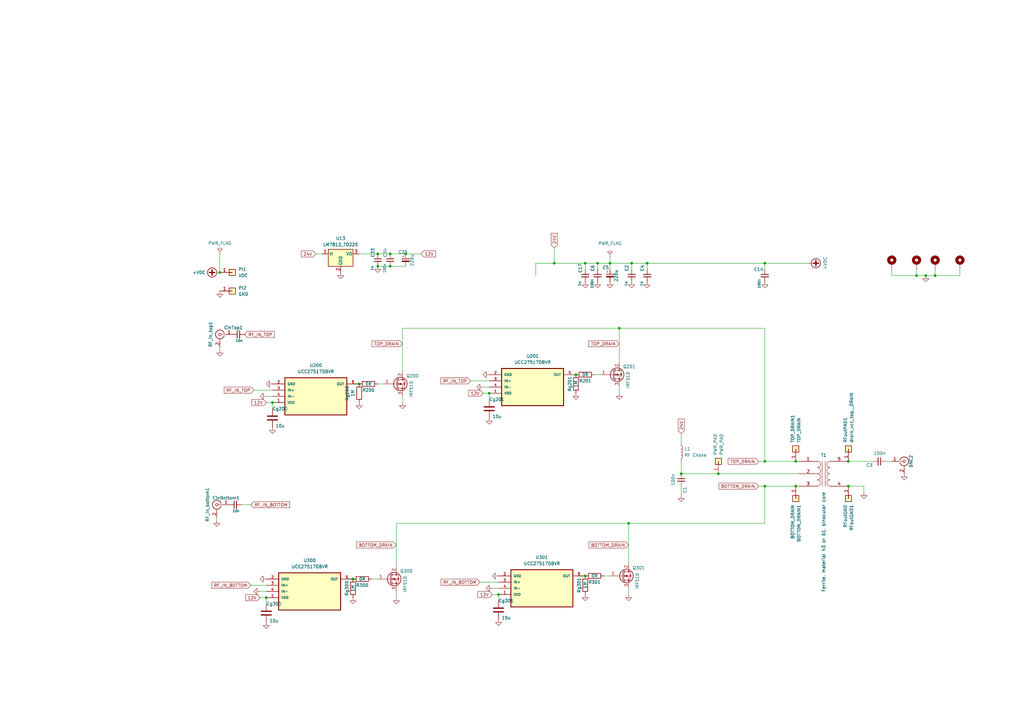
<source format=kicad_sch>
(kicad_sch (version 20230121) (generator eeschema)
  (paper "A3")
  (title_block (title "MoreBoostersPushPullUccHF") (date "2023-11-16") (rev "V2") (company "Author: Rafal Rozestwinski (SO2A) + Dhiru Kholia (VU3CER)") (comment 1 "https://github.com/rafal-rozestwinski/V12_UCC_IRF510_MORE_BOOSTERS/tree/main/v2") (comment 2 "(Based on designs from Henning Paul)"))
  (lib_symbols
    (symbol "+VDC_1" (power) (pin_names (offset 0))
      (property "Value" "+VDC_1" (at 0 6.35 0))
      (symbol "+VDC_1_0_1"
        (polyline (pts (xy -1.143 3.175) (xy 1.143 3.175)) (stroke (width 0.508)))
        (polyline (pts (xy 0 0) (xy 0 1.27)))
        (polyline (pts (xy 0 2.032) (xy 0 4.318)) (stroke (width 0.508)))
        (circle (center 0 3.175) (radius 1.905) (stroke (width 0.254)))
      )
      (symbol "+VDC_1_1_1"
        (pin power_in line (at 0 0 90) (length 0) hide (name "+VDC") (number "1"))
      )
    )
    (symbol "Connector:Conn_Coaxial" (pin_names (offset 1.016) hide)
      (property "Reference" "J" (at 0.254 3.048 0))
      (property "Value" "Conn_Coaxial" (at 2.921 0 90))
      (symbol "Conn_Coaxial_0_1"
        (arc (start -1.778 -0.508) (mid 0.222 -1.808) (end 1.778 0) (stroke (width 0.254)))
        (polyline (pts (xy -2.54 0) (xy -0.508 0)))
        (polyline (pts (xy 0 -2.54) (xy 0 -1.778)))
        (circle (center 0 0) (radius 0.508) (stroke (width 0.2032)))
        (arc (start 1.778 0) (mid 0.222 1.8083) (end -1.778 0.508) (stroke (width 0.254)))
      )
      (symbol "Conn_Coaxial_1_1"
        (pin passive line (at -5.08 0 0) (length 2.54) (name "In") (number "1"))
        (pin passive line (at 0 -5.08 90) (length 2.54) (name "Ext") (number "2"))
      )
    )
    (symbol "Connector_Generic:Conn_01x01" (pin_names (offset 1.016) hide)
      (property "Reference" "J" (at 0 2.54 0))
      (property "Value" "Conn_01x01" (at 0 -2.54 0))
      (symbol "Conn_01x01_1_1"
        (rectangle (start -1.27 0.127) (end 0 -0.127) (stroke (width 0.1524)))
        (rectangle (start -1.27 1.27) (end 1.27 -1.27) (stroke (width 0.254)) (fill (type background)))
        (pin passive line (at -5.08 0 0) (length 3.81) (name "Pin_1") (number "1"))
      )
    )
    (symbol "Device:C" (pin_numbers hide) (pin_names (offset 0.254))
      (property "Reference" "C" (at 0.635 2.54 0))
      (property "Value" "C" (at 0.635 -2.54 0))
      (symbol "C_0_1"
        (polyline (pts (xy -2.032 -0.762) (xy 2.032 -0.762)) (stroke (width 0.508)))
        (polyline (pts (xy -2.032 0.762) (xy 2.032 0.762)) (stroke (width 0.508)))
      )
      (symbol "C_1_1"
        (pin passive line (at 0 3.81 270) (length 2.794) (name "~") (number "1"))
        (pin passive line (at 0 -3.81 90) (length 2.794) (name "~") (number "2"))
      )
    )
    (symbol "Device:C_Polarized_Small" (pin_numbers hide) (pin_names (offset 0.254) hide)
      (property "Reference" "C" (at 0.254 1.778 0))
      (property "Value" "C_Polarized_Small" (at 0.254 -2.032 0))
      (symbol "C_Polarized_Small_0_1"
        (rectangle (start -1.524 -0.3048) (end 1.524 -0.6858) (fill (type outline)))
        (rectangle (start -1.524 0.6858) (end 1.524 0.3048))
        (polyline (pts (xy -1.27 1.524) (xy -0.762 1.524)))
        (polyline (pts (xy -1.016 1.27) (xy -1.016 1.778)))
      )
      (symbol "C_Polarized_Small_1_1"
        (pin passive line (at 0 2.54 270) (length 1.8542) (name "~") (number "1"))
        (pin passive line (at 0 -2.54 90) (length 1.8542) (name "~") (number "2"))
      )
    )
    (symbol "Device:C_Small" (pin_numbers hide) (pin_names (offset 0.254) hide)
      (property "Reference" "C" (at 0.254 1.778 0))
      (property "Value" "C_Small" (at 0.254 -2.032 0))
      (symbol "C_Small_0_1"
        (polyline (pts (xy -1.524 -0.508) (xy 1.524 -0.508)) (stroke (width 0.3302)))
        (polyline (pts (xy -1.524 0.508) (xy 1.524 0.508)) (stroke (width 0.3048)))
      )
      (symbol "C_Small_1_1"
        (pin passive line (at 0 2.54 270) (length 2.032) (name "~") (number "1"))
        (pin passive line (at 0 -2.54 90) (length 2.032) (name "~") (number "2"))
      )
    )
    (symbol "Device:L" (pin_numbers hide) (pin_names (offset 1.016) hide)
      (property "Reference" "L" (at -1.27 0 90))
      (property "Value" "L" (at 1.905 0 90))
      (symbol "L_0_1"
        (arc (start 0 -2.54) (mid 0.6323 -1.905) (end 0 -1.27))
        (arc (start 0 -1.27) (mid 0.6323 -0.635) (end 0 0))
        (arc (start 0 0) (mid 0.6323 0.635) (end 0 1.27))
        (arc (start 0 1.27) (mid 0.6323 1.905) (end 0 2.54))
      )
      (symbol "L_1_1"
        (pin passive line (at 0 3.81 270) (length 1.27) (name "1") (number "1"))
        (pin passive line (at 0 -3.81 90) (length 1.27) (name "2") (number "2"))
      )
    )
    (symbol "Device:R" (pin_numbers hide) (pin_names (offset 0))
      (property "Reference" "R" (at 2.032 0 90))
      (property "Value" "R" (at 0 0 90))
      (symbol "R_0_1"
        (rectangle (start -1.016 -2.54) (end 1.016 2.54) (stroke (width 0.254)))
      )
      (symbol "R_1_1"
        (pin passive line (at 0 3.81 270) (length 1.27) (name "~") (number "1"))
        (pin passive line (at 0 -3.81 90) (length 1.27) (name "~") (number "2"))
      )
    )
    (symbol "Device:Transformer_SP_1S" (pin_names (offset 1.016) hide)
      (property "Reference" "T" (at 0 6.35 0))
      (property "Value" "Transformer_SP_1S" (at 0 -7.62 0))
      (symbol "Transformer_SP_1S_0_1"
        (arc (start -2.54 -5.0546) (mid -1.6599 -4.6901) (end -1.27 -3.81))
        (arc (start -2.54 -2.5146) (mid -1.6599 -2.1501) (end -1.27 -1.27))
        (arc (start -2.54 0.0254) (mid -1.6599 0.3899) (end -1.27 1.27))
        (arc (start -2.54 2.5654) (mid -1.6599 2.9299) (end -1.27 3.81))
        (arc (start -1.27 -3.81) (mid -1.642 -2.912) (end -2.54 -2.54))
        (arc (start -1.27 -1.27) (mid -1.642 -0.372) (end -2.54 0))
        (arc (start -1.27 1.27) (mid -1.642 2.168) (end -2.54 2.54))
        (arc (start -1.27 3.81) (mid -1.642 4.708) (end -2.54 5.08))
        (polyline (pts (xy -0.635 5.08) (xy -0.635 -5.08)))
        (polyline (pts (xy 0.635 -5.08) (xy 0.635 5.08)))
        (arc (start 1.2954 -1.27) (mid 1.6599 -2.1501) (end 2.54 -2.5146))
        (arc (start 1.2954 1.27) (mid 1.6599 0.3899) (end 2.54 0.0254))
        (arc (start 1.2954 3.81) (mid 1.6599 2.9299) (end 2.54 2.5654))
        (arc (start 1.3208 -3.81) (mid 1.6853 -4.6901) (end 2.5654 -5.0546))
        (arc (start 2.54 0) (mid 1.642 -0.372) (end 1.2954 -1.27))
        (arc (start 2.54 2.54) (mid 1.642 2.168) (end 1.2954 1.27))
        (arc (start 2.54 5.08) (mid 1.642 4.708) (end 1.2954 3.81))
        (arc (start 2.5654 -2.54) (mid 1.6674 -2.912) (end 1.3208 -3.81))
      )
      (symbol "Transformer_SP_1S_1_1"
        (pin passive line (at -10.16 5.08 0) (length 7.62) (name "PR1") (number "1"))
        (pin passive line (at -10.16 0 0) (length 7.62) (name "PM") (number "2"))
        (pin passive line (at -10.16 -5.08 0) (length 7.62) (name "PR2") (number "3"))
        (pin passive line (at 10.16 -5.08 180) (length 7.62) (name "S1") (number "4"))
        (pin passive line (at 10.16 5.08 180) (length 7.62) (name "S2") (number "5"))
      )
    )
    (symbol "Mechanical:MountingHole_Pad" (pin_numbers hide) (pin_names (offset 1.016) hide)
      (property "Reference" "H" (at 0 6.35 0))
      (property "Value" "MountingHole_Pad" (at 0 4.445 0))
      (symbol "MountingHole_Pad_0_1"
        (circle (center 0 1.27) (radius 1.27) (stroke (width 1.27)))
      )
      (symbol "MountingHole_Pad_1_1"
        (pin input line (at 0 -2.54 90) (length 2.54) (name "1") (number "1"))
      )
    )
    (symbol "Regulator_Linear:LM7812_TO220" (pin_names (offset 0.254))
      (property "Reference" "U" (at -3.81 3.175 0))
      (property "Value" "LM7812_TO220" (at 0 3.175 0))
      (symbol "LM7812_TO220_0_1"
        (rectangle (start -5.08 1.905) (end 5.08 -5.08) (stroke (width 0.254)) (fill (type background)))
      )
      (symbol "LM7812_TO220_1_1"
        (pin power_in line (at -7.62 0 0) (length 2.54) (name "VI") (number "1"))
        (pin power_in line (at 0 -7.62 90) (length 2.54) (name "GND") (number "2"))
        (pin power_out line (at 7.62 0 180) (length 2.54) (name "VO") (number "3"))
      )
    )
    (symbol "Transistor_FET:IRF540N" (pin_names hide)
      (property "Reference" "Q" (at 6.35 1.905 0))
      (property "Value" "IRF540N" (at 6.35 0 0))
      (symbol "IRF540N_0_1"
        (polyline (pts (xy 0.254 0) (xy -2.54 0)))
        (polyline (pts (xy 0.254 1.905) (xy 0.254 -1.905)) (stroke (width 0.254)))
        (polyline (pts (xy 0.762 -1.27) (xy 0.762 -2.286)) (stroke (width 0.254)))
        (polyline (pts (xy 0.762 0.508) (xy 0.762 -0.508)) (stroke (width 0.254)))
        (polyline (pts (xy 0.762 2.286) (xy 0.762 1.27)) (stroke (width 0.254)))
        (polyline (pts (xy 2.54 2.54) (xy 2.54 1.778)))
        (polyline (pts (xy 2.54 -2.54) (xy 2.54 0) (xy 0.762 0)))
        (polyline (pts (xy 0.762 -1.778) (xy 3.302 -1.778) (xy 3.302 1.778) (xy 0.762 1.778)))
        (polyline (pts (xy 1.016 0) (xy 2.032 0.381) (xy 2.032 -0.381) (xy 1.016 0)) (fill (type outline)))
        (polyline (pts (xy 2.794 0.508) (xy 2.921 0.381) (xy 3.683 0.381) (xy 3.81 0.254)))
        (polyline (pts (xy 3.302 0.381) (xy 2.921 -0.254) (xy 3.683 -0.254) (xy 3.302 0.381)))
        (circle (center 1.651 0) (radius 2.794) (stroke (width 0.254)))
        (circle (center 2.54 -1.778) (radius 0.254) (fill (type outline)))
        (circle (center 2.54 1.778) (radius 0.254) (fill (type outline)))
      )
      (symbol "IRF540N_1_1"
        (pin input line (at -5.08 0 0) (length 2.54) (name "G") (number "1"))
        (pin passive line (at 2.54 5.08 270) (length 2.54) (name "D") (number "2"))
        (pin passive line (at 2.54 -5.08 90) (length 2.54) (name "S") (number "3"))
      )
    )
    (symbol "UCC27517DBVR:UCC27517DBVR" (pin_names (offset 1.016))
      (property "Reference" "U" (at -12.7 8.62 0))
      (property "Value" "UCC27517DBVR" (at -12.7 -11.62 0))
      (symbol "UCC27517DBVR_0_0"
        (rectangle (start -12.7 -7.62) (end 12.7 7.62) (stroke (width 0.41)) (fill (type background)))
        (pin input line (at -17.78 -2.54 0) (length 5.08) (name "VDD") (number "1"))
        (pin input line (at -17.78 5.08 0) (length 5.08) (name "GND") (number "2"))
        (pin input line (at -17.78 2.54 0) (length 5.08) (name "IN+") (number "3"))
        (pin input line (at -17.78 0 0) (length 5.08) (name "IN-") (number "4"))
        (pin output line (at 17.78 5.08 180) (length 5.08) (name "OUT") (number "5"))
      )
    )
    (symbol "power:+VDC" (power) (pin_names (offset 0))
      (property "Value" "+VDC" (at 0 6.35 0))
      (symbol "+VDC_0_1"
        (polyline (pts (xy -1.143 3.175) (xy 1.143 3.175)) (stroke (width 0.508)))
        (polyline (pts (xy 0 0) (xy 0 1.27)))
        (polyline (pts (xy 0 2.032) (xy 0 4.318)) (stroke (width 0.508)))
        (circle (center 0 3.175) (radius 1.905) (stroke (width 0.254)))
      )
      (symbol "+VDC_1_1"
        (pin power_in line (at 0 0 90) (length 0) hide (name "+VDC") (number "1"))
      )
    )
    (symbol "power:GND" (power) (pin_names (offset 0))
      (property "Value" "GND" (at 0 -3.81 0))
      (symbol "GND_0_1"
        (polyline (pts (xy 0 0) (xy 0 -1.27) (xy 1.27 -1.27) (xy 0 -2.54) (xy -1.27 -1.27) (xy 0 -1.27)))
      )
      (symbol "GND_1_1"
        (pin power_in line (at 0 0 270) (length 0) hide (name "GND") (number "1"))
      )
    )
    (symbol "power:PWR_FLAG" (power) (pin_numbers hide) (pin_names (offset 0) hide)
      (property "Value" "PWR_FLAG" (at 0 3.81 0))
      (symbol "PWR_FLAG_0_0"
        (pin power_out line (at 0 0 90) (length 0) (name "pwr") (number "1"))
      )
      (symbol "PWR_FLAG_0_1"
        (polyline (pts (xy 0 0) (xy 0 1.27) (xy -1.016 1.905) (xy 0 2.54) (xy 1.016 1.905) (xy 0 1.27)))
      )
    )
  )
  (junction (at 204.47 243.84))
  (junction (at 294.64 194.31))
  (junction (at 111.76 165.1))
  (junction (at 313.69 107.95))
  (junction (at 254 134.62))
  (junction (at 227.33 107.95))
  (junction (at 347.98 189.23))
  (junction (at 326.39 189.23))
  (junction (at 259.08 107.95))
  (junction (at 375.92 113.03))
  (junction (at 166.37 104.14))
  (junction (at 90.17 111.76))
  (junction (at 245.11 107.95))
  (junction (at 383.54 113.03))
  (junction (at 257.81 214.63))
  (junction (at 240.03 107.95))
  (junction (at 313.69 199.39))
  (junction (at 313.69 189.23))
  (junction (at 147.32 157.48))
  (junction (at 326.39 199.39))
  (junction (at 250.19 107.95))
  (junction (at 109.22 245.11))
  (junction (at 379.73 113.03))
  (junction (at 160.02 109.22))
  (junction (at 347.98 199.39))
  (junction (at 240.03 236.22))
  (junction (at 236.22 153.67))
  (junction (at 265.43 107.95))
  (junction (at 154.94 109.22))
  (junction (at 279.4 194.31))
  (junction (at 144.78 237.49))
  (junction (at 200.66 161.29))
  (junction (at 154.94 104.14))
  (junction (at 160.02 104.14))
  (wire (pts (xy 219.71 107.95) (xy 227.33 107.95)))
  (wire (pts (xy 201.93 241.3) (xy 204.47 241.3)))
  (wire (pts (xy 294.64 194.31) (xy 327.66 194.31)))
  (wire (pts (xy 347.98 189.23) (xy 358.14 189.23)))
  (wire (pts (xy 313.69 107.95) (xy 331.47 107.95)))
  (wire (pts (xy 393.7 113.03) (xy 393.7 110.49)))
  (wire (pts (xy 347.98 199.39) (xy 354.33 199.39)))
  (wire (pts (xy 152.4 237.49) (xy 154.94 237.49)))
  (wire (pts (xy 243.84 153.67) (xy 246.38 153.67)))
  (wire (pts (xy 279.4 199.39) (xy 279.4 203.2)))
  (wire (pts (xy 240.03 107.95) (xy 245.11 107.95)))
  (wire (pts (xy 354.33 199.39) (xy 354.33 201.93)))
  (wire (pts (xy 104.14 160.02) (xy 111.76 160.02)))
  (wire (pts (xy 245.11 107.95) (xy 245.11 110.49)))
  (wire (pts (xy 90.17 104.14) (xy 90.17 111.76)))
  (wire (pts (xy 200.66 161.29) (xy 200.66 163.83)))
  (wire (pts (xy 90.17 142.24) (xy 90.17 143.51)))
  (wire (pts (xy 236.22 153.67) (xy 233.68 153.67)))
  (wire (pts (xy 154.94 109.22) (xy 160.02 109.22)))
  (wire (pts (xy 265.43 107.95) (xy 313.69 107.95)))
  (wire (pts (xy 257.81 214.63) (xy 257.81 231.14)))
  (wire (pts (xy 204.47 243.84) (xy 204.47 246.38)))
  (wire (pts (xy 219.71 113.03) (xy 219.71 107.95)))
  (wire (pts (xy 227.33 107.95) (xy 240.03 107.95)))
  (wire (pts (xy 109.22 165.1) (xy 111.76 165.1)))
  (wire (pts (xy 365.76 113.03) (xy 375.92 113.03)))
  (wire (pts (xy 265.43 107.95) (xy 265.43 110.49)))
  (wire (pts (xy 99.06 207.01) (xy 102.87 207.01)))
  (wire (pts (xy 363.22 189.23) (xy 365.76 189.23)))
  (wire (pts (xy 279.4 194.31) (xy 294.64 194.31)))
  (wire (pts (xy 88.9 212.09) (xy 88.9 213.36)))
  (wire (pts (xy 313.69 189.23) (xy 326.39 189.23)))
  (wire (pts (xy 240.03 107.95) (xy 240.03 110.49)))
  (wire (pts (xy 375.92 110.49) (xy 375.92 113.03)))
  (wire (pts (xy 279.4 189.23) (xy 279.4 194.31)))
  (wire (pts (xy 102.87 240.03) (xy 109.22 240.03)))
  (wire (pts (xy 247.65 236.22) (xy 250.19 236.22)))
  (wire (pts (xy 201.93 243.84) (xy 204.47 243.84)))
  (wire (pts (xy 250.19 107.95) (xy 259.08 107.95)))
  (wire (pts (xy 162.56 214.63) (xy 257.81 214.63)))
  (wire (pts (xy 250.19 107.95) (xy 250.19 110.49)))
  (wire (pts (xy 365.76 110.49) (xy 365.76 113.03)))
  (wire (pts (xy 313.69 214.63) (xy 313.69 199.39)))
  (wire (pts (xy 254 134.62) (xy 313.69 134.62)))
  (wire (pts (xy 111.76 165.1) (xy 111.76 167.64)))
  (wire (pts (xy 165.1 165.1) (xy 165.1 162.56)))
  (wire (pts (xy 106.68 242.57) (xy 109.22 242.57)))
  (wire (pts (xy 245.11 107.95) (xy 250.19 107.95)))
  (wire (pts (xy 313.69 199.39) (xy 326.39 199.39)))
  (wire (pts (xy 162.56 245.11) (xy 162.56 242.57)))
  (wire (pts (xy 254 134.62) (xy 254 148.59)))
  (wire (pts (xy 198.12 161.29) (xy 200.66 161.29)))
  (wire (pts (xy 259.08 107.95) (xy 259.08 110.49)))
  (wire (pts (xy 379.73 113.03) (xy 383.54 113.03)))
  (wire (pts (xy 383.54 113.03) (xy 393.7 113.03)))
  (wire (pts (xy 313.69 134.62) (xy 313.69 189.23)))
  (wire (pts (xy 196.85 238.76) (xy 204.47 238.76)))
  (wire (pts (xy 257.81 243.84) (xy 257.81 241.3)))
  (wire (pts (xy 162.56 214.63) (xy 162.56 232.41)))
  (wire (pts (xy 144.78 237.49) (xy 142.24 237.49)))
  (wire (pts (xy 326.39 189.23) (xy 327.66 189.23)))
  (wire (pts (xy 129.54 104.14) (xy 132.08 104.14)))
  (wire (pts (xy 198.12 158.75) (xy 200.66 158.75)))
  (wire (pts (xy 160.02 109.22) (xy 166.37 109.22)))
  (wire (pts (xy 279.4 177.8) (xy 279.4 181.61)))
  (wire (pts (xy 375.92 113.03) (xy 379.73 113.03)))
  (wire (pts (xy 165.1 134.62) (xy 254 134.62)))
  (wire (pts (xy 147.32 157.48) (xy 144.78 157.48)))
  (wire (pts (xy 257.81 214.63) (xy 313.69 214.63)))
  (wire (pts (xy 165.1 134.62) (xy 165.1 152.4)))
  (wire (pts (xy 259.08 107.95) (xy 265.43 107.95)))
  (wire (pts (xy 154.94 157.48) (xy 157.48 157.48)))
  (wire (pts (xy 311.15 199.39) (xy 313.69 199.39)))
  (wire (pts (xy 254 161.29) (xy 254 158.75)))
  (wire (pts (xy 326.39 199.39) (xy 327.66 199.39)))
  (wire (pts (xy 193.04 156.21) (xy 200.66 156.21)))
  (wire (pts (xy 240.03 236.22) (xy 237.49 236.22)))
  (wire (pts (xy 160.02 104.14) (xy 166.37 104.14)))
  (wire (pts (xy 109.22 162.56) (xy 111.76 162.56)))
  (wire (pts (xy 147.32 104.14) (xy 154.94 104.14)))
  (wire (pts (xy 250.19 105.41) (xy 250.19 107.95)))
  (wire (pts (xy 166.37 104.14) (xy 172.72 104.14)))
  (wire (pts (xy 311.15 189.23) (xy 313.69 189.23)))
  (wire (pts (xy 109.22 245.11) (xy 109.22 247.65)))
  (wire (pts (xy 227.33 101.6) (xy 227.33 107.95)))
  (wire (pts (xy 313.69 107.95) (xy 313.69 110.49)))
  (wire (pts (xy 160.02 104.14) (xy 154.94 104.14)))
  (wire (pts (xy 106.68 245.11) (xy 109.22 245.11)))
  (wire (pts (xy 383.54 110.49) (xy 383.54 113.03)))
  (global_label "12V" (shape input) (at 106.68 245.11 180) (property "Intersheetrefs" "${INTERSHEET_REFS}" (effects hide)))
  (global_label "12V" (shape input) (at 198.12 161.29 180) (property "Intersheetrefs" "${INTERSHEET_REFS}" (effects hide)))
  (global_label "TOP_DRAIN" (shape input) (at 254 140.97 180) (property "Intersheetrefs" "${INTERSHEET_REFS}" (effects hide)))
  (global_label "12V" (shape input) (at 201.93 243.84 180) (property "Intersheetrefs" "${INTERSHEET_REFS}" (effects hide)))
  (global_label "RF_IN_BOTTOM" (shape input) (at 196.85 238.76 180) (property "Intersheetrefs" "${INTERSHEET_REFS}" (effects hide)))
  (global_label "RF_IN_BOTTOM" (shape input) (at 102.87 207.01 0) (property "Intersheetrefs" "${INTERSHEET_REFS}" (effects hide)))
  (global_label "TOP_DRAIN" (shape input) (at 165.1 140.97 180) (property "Intersheetrefs" "${INTERSHEET_REFS}" (effects hide)))
  (global_label "RF_IN_BOTTOM" (shape input) (at 102.87 240.03 180) (property "Intersheetrefs" "${INTERSHEET_REFS}" (effects hide)))
  (global_label "24V" (shape input) (at 129.54 104.14 180) (property "Intersheetrefs" "${INTERSHEET_REFS}" (effects hide)))
  (global_label "RF_IN_TOP" (shape input) (at 104.14 160.02 180) (property "Intersheetrefs" "${INTERSHEET_REFS}" (effects hide)))
  (global_label "BOTTOM_DRAIN" (shape input) (at 162.56 223.52 180) (property "Intersheetrefs" "${INTERSHEET_REFS}" (effects hide)))
  (global_label "12V" (shape input) (at 172.72 104.14 0) (property "Intersheetrefs" "${INTERSHEET_REFS}" (effects hide)))
  (global_label "BOTTOM_DRAIN" (shape input) (at 311.15 199.39 180) (property "Intersheetrefs" "${INTERSHEET_REFS}" (effects hide)))
  (global_label "24V" (shape input) (at 227.33 101.6 90) (property "Intersheetrefs" "${INTERSHEET_REFS}" (effects hide)))
  (global_label "12V" (shape input) (at 109.22 165.1 180) (property "Intersheetrefs" "${INTERSHEET_REFS}" (effects hide)))
  (global_label "24V" (shape input) (at 279.4 177.8 90) (property "Intersheetrefs" "${INTERSHEET_REFS}" (effects hide)))
  (global_label "RF_IN_TOP" (shape input) (at 193.04 156.21 180) (property "Intersheetrefs" "${INTERSHEET_REFS}" (effects hide)))
  (global_label "RF_IN_TOP" (shape input) (at 100.33 137.16 0) (property "Intersheetrefs" "${INTERSHEET_REFS}" (effects hide)))
  (global_label "BOTTOM_DRAIN" (shape input) (at 257.81 223.52 180) (property "Intersheetrefs" "${INTERSHEET_REFS}" (effects hide)))
  (global_label "TOP_DRAIN" (shape input) (at 311.15 189.23 180) (property "Intersheetrefs" "${INTERSHEET_REFS}" (effects hide)))
  (symbol (lib_id "Device:C_Polarized_Small") (at 250.19 113.03 0) (unit 1)
    (property "Reference" "C5" (at 247.142 109.728 0) (effects (justify left)))
    (property "Value" "220u" (at 252.73 115.57 90) (effects (justify left)))
    (property "Footprint" "Capacitor_SMD:CP_Elec_8x10.5" (effects hide))
  )
  (symbol (lib_id "Connector_Generic:Conn_01x01") (at 95.25 111.76 0) (unit 1)
    (property "Reference" "PI1" (at 97.79 110.49 0) (effects (justify left)))
    (property "Value" "VDC" (at 97.79 113.03 0) (effects (justify left)))
    (property "Footprint" "TestPoint:TestPoint_Pad_4.0x4.0mm" (effects hide))
  )
  (symbol (lib_id "power:+VDC") (at 90.17 111.76 90) (unit 1)
    (property "Reference" "#PWR0110" (effects hide))
    (property "Value" "+VDC" (at 84.3534 111.76 90) (effects (justify left)))
  )
  (symbol (lib_id "power:PWR_FLAG") (at 90.17 104.14 0) (unit 1)
    (property "Reference" "#FLG0103" (effects hide))
    (property "Value" "PWR_FLAG" (at 90.17 99.7458 0))
  )
  (symbol (lib_id "power:GND") (at 88.9 213.36 0) (unit 1)
    (property "Reference" "#PWR0106" (effects hide))
    (property "Value" "GND" (effects hide))
  )
  (symbol (lib_id "Device:C_Small") (at 245.11 113.03 0) (unit 1)
    (property "Reference" "C6" (at 243.078 109.982 90))
    (property "Value" "100n" (at 242.824 116.332 90) (effects (font (size 0.9906 0.9906))))
    (property "Footprint" "Capacitor_SMD:C_1206_3216Metric_Pad1.33x1.80mm_HandSolder" (effects hide))
  )
  (symbol (lib_id "power:PWR_FLAG") (at 250.19 105.41 0) (unit 1)
    (property "Reference" "#FLG01" (effects hide))
    (property "Value" "PWR_FLAG" (at 250.19 99.822 0))
  )
  (symbol (lib_id "Connector:Conn_Coaxial") (at 370.84 189.23 0) (unit 1)
    (property "Reference" "BNC2" (at 373.634 189.23 90))
    (property "Value" "SMA" (effects hide))
    (property "Footprint" "Connector_Coaxial:SMA_Samtec_SMA-J-P-X-ST-EM1_EdgeMount" (effects hide))
    (property "Datasheet" " ~" (effects hide))
  )
  (symbol (lib_id "Device:R") (at 240.03 240.03 0) (unit 1)
    (property "Reference" "Rg301" (at 237.49 240.03 90))
    (property "Value" "1M" (at 240.03 240.03 90))
    (property "Footprint" "Resistor_SMD:R_1206_3216Metric_Pad1.30x1.75mm_HandSolder" (effects hide))
  )
  (symbol (lib_id "power:GND") (at 201.93 241.3 270) (unit 1)
    (property "Reference" "#PWR025" (effects hide))
    (property "Value" "GND" (effects hide))
  )
  (symbol (lib_id "UCC27517DBVR:UCC27517DBVR") (at 218.44 158.75 0) (unit 1)
    (property "Reference" "U201" (at 218.44 146.05 0))
    (property "Value" "UCC27517DBVR" (at 218.44 148.59 0))
    (property "Footprint" "Package_TO_SOT_SMD:SOT-23-5_HandSoldering" (effects hide))
    (property "MF" "Texas Instruments" (effects hide))
    (property "Description" "\n4-A/4-A single-channel gate driver with 5-V UVLO and 13-ns prop delay in SOT-23 package\n" (effects hide))
    (property "Package" "SOT-23-5 Texas Instruments" (effects hide))
    (property "Price" "None" (effects hide))
    (property "SnapEDA_Link" "https://www.snapeda.com/parts/UCC27517DBVR/Texas+Instruments/view-part/?ref=snap" (effects hide))
    (property "MP" "UCC27517DBVR" (effects hide))
    (property "Purchase-URL" "https://pricing.snapeda.com/search?q=UCC27517DBVR&ref=eda" (effects hide))
    (property "Availability" "In Stock" (effects hide))
    (property "Check_prices" "https://www.snapeda.com/parts/UCC27517DBVR/Texas+Instruments/view-part/?ref=eda" (effects hide))
  )
  (symbol (lib_name "+VDC_1") (lib_id "power:+VDC") (at 331.47 107.95 270) (unit 1)
    (property "Reference" "#PWR014" (effects hide))
    (property "Value" "+VDC" (at 338.455 107.95 0))
  )
  (symbol (lib_id "UCC27517DBVR:UCC27517DBVR") (at 127 242.57 0) (unit 1)
    (property "Reference" "U300" (at 127 229.87 0))
    (property "Value" "UCC27517DBVR" (at 127 232.41 0))
    (property "Footprint" "Package_TO_SOT_SMD:SOT-23-5_HandSoldering" (effects hide))
    (property "MF" "Texas Instruments" (effects hide))
    (property "Description" "\n4-A/4-A single-channel gate driver with 5-V UVLO and 13-ns prop delay in SOT-23 package\n" (effects hide))
    (property "Package" "SOT-23-5 Texas Instruments" (effects hide))
    (property "Price" "None" (effects hide))
    (property "SnapEDA_Link" "https://www.snapeda.com/parts/UCC27517DBVR/Texas+Instruments/view-part/?ref=snap" (effects hide))
    (property "MP" "UCC27517DBVR" (effects hide))
    (property "Purchase-URL" "https://pricing.snapeda.com/search?q=UCC27517DBVR&ref=eda" (effects hide))
    (property "Availability" "In Stock" (effects hide))
    (property "Check_prices" "https://www.snapeda.com/parts/UCC27517DBVR/Texas+Instruments/view-part/?ref=eda" (effects hide))
  )
  (symbol (lib_id "Connector_Generic:Conn_01x01") (at 326.39 184.15 90) (unit 1)
    (property "Reference" "TOP_DRAIN1" (at 325.12 181.61 0) (effects (justify left)))
    (property "Value" "TOP_DRAIN" (at 327.66 181.61 0) (effects (justify left)))
    (property "Footprint" "TestPoint:TestPoint_Pad_4.0x4.0mm" (effects hide))
  )
  (symbol (lib_id "Device:C") (at 204.47 250.19 0) (unit 1)
    (property "Reference" "Cg301" (at 204.47 246.38 0) (effects (justify left)))
    (property "Value" "10u" (at 205.74 253.365 0) (effects (justify left)))
    (property "Footprint" "Capacitor_SMD:C_1206_3216Metric_Pad1.33x1.80mm_HandSolder" (effects hide))
  )
  (symbol (lib_id "Connector:Conn_Coaxial") (at 88.9 207.01 0) (mirror y) (unit 1)
    (property "Reference" "RF_in_bottom1" (at 85.09 207.01 90))
    (property "Value" "SMA" (effects hide))
    (property "Footprint" "Connector_Coaxial:SMA_Samtec_SMA-J-P-X-ST-EM1_EdgeMount" (effects hide))
    (property "Datasheet" " ~" (effects hide))
  )
  (symbol (lib_id "Device:C_Small") (at 313.69 113.03 0) (unit 1)
    (property "Reference" "C14" (at 311.15 110.49 0))
    (property "Value" "100n" (at 311.404 116.332 90) (effects (font (size 0.9906 0.9906))))
    (property "Footprint" "Capacitor_SMD:C_1206_3216Metric_Pad1.33x1.80mm_HandSolder" (effects hide))
  )
  (symbol (lib_id "power:GND") (at 109.22 237.49 270) (unit 1)
    (property "Reference" "#PWR021" (effects hide))
    (property "Value" "GND" (effects hide))
  )
  (symbol (lib_id "Connector_Generic:Conn_01x01") (at 347.98 184.15 90) (unit 1)
    (property "Reference" "RFoutPAD1" (at 346.71 181.61 0) (effects (justify left)))
    (property "Value" "drain_vcc_top__DRAIN" (at 349.25 181.61 0) (effects (justify left)))
    (property "Footprint" "TestPoint:TestPoint_Pad_4.0x4.0mm" (effects hide))
  )
  (symbol (lib_id "power:GND") (at 250.19 115.57 0) (unit 1)
    (property "Reference" "#PWR0103" (effects hide))
    (property "Value" "GND" (effects hide))
  )
  (symbol (lib_id "power:GND") (at 204.47 236.22 270) (unit 1)
    (property "Reference" "#PWR026" (effects hide))
    (property "Value" "GND" (effects hide))
  )
  (symbol (lib_id "power:GND") (at 162.56 245.11 0) (unit 1)
    (property "Reference" "#PWR024" (effects hide))
    (property "Value" "GND" (effects hide))
  )
  (symbol (lib_id "Device:C_Small") (at 265.43 113.03 0) (unit 1)
    (property "Reference" "C4" (at 263.398 109.982 90))
    (property "Value" "1n" (at 263.144 116.332 90) (effects (font (size 0.9906 0.9906))))
    (property "Footprint" "Capacitor_SMD:C_1206_3216Metric_Pad1.33x1.80mm_HandSolder" (effects hide))
  )
  (symbol (lib_id "Device:C") (at 109.22 251.46 0) (unit 1)
    (property "Reference" "Cg300" (at 109.22 247.65 0) (effects (justify left)))
    (property "Value" "10u" (at 110.49 254.635 0) (effects (justify left)))
    (property "Footprint" "Capacitor_SMD:C_1206_3216Metric_Pad1.33x1.80mm_HandSolder" (effects hide))
  )
  (symbol (lib_id "Device:C_Small") (at 360.68 189.23 270) (unit 1)
    (property "Reference" "C3" (at 356.616 190.754 90))
    (property "Value" "100n" (at 360.807 185.928 90))
    (property "Footprint" "Capacitor_SMD:C_1206_3216Metric_Pad1.33x1.80mm_HandSolder" (effects hide))
  )
  (symbol (lib_id "power:GND") (at 139.7 111.76 0) (unit 1)
    (property "Reference" "#PWR070" (effects hide))
    (property "Value" "GND" (effects hide))
  )
  (symbol (lib_id "power:GND") (at 236.22 161.29 0) (unit 1)
    (property "Reference" "#PWR051" (effects hide))
    (property "Value" "GND" (effects hide))
  )
  (symbol (lib_id "power:GND") (at 165.1 165.1 0) (unit 1)
    (property "Reference" "#PWR041" (effects hide))
    (property "Value" "GND" (effects hide))
  )
  (symbol (lib_id "power:GND") (at 354.33 201.93 0) (unit 1)
    (property "Reference" "#PWR04" (effects hide))
    (property "Value" "GND" (effects hide))
  )
  (symbol (lib_id "power:GND") (at 109.22 255.27 0) (unit 1)
    (property "Reference" "#PWR022" (effects hide))
    (property "Value" "GNDPWR" (effects hide))
  )
  (symbol (lib_id "Transistor_FET:IRF540N") (at 255.27 236.22 0) (unit 1)
    (property "Reference" "Q301" (at 259.334 232.918 0) (effects (justify left)))
    (property "Value" "IRF510" (at 261.3914 241.7318 90) (effects (justify left)))
    (property "Footprint" "Package_TO_SOT_THT:SO2A_TO-220-3_Horizontal_TabDown" (effects hide))
    (property "Datasheet" "http://www.irf.com/product-info/datasheets/data/irf540n.pdf" (effects hide))
  )
  (symbol (lib_id "Device:C_Small") (at 259.08 113.03 0) (unit 1)
    (property "Reference" "C2" (at 257.048 109.982 90))
    (property "Value" "1n" (at 256.794 116.332 90) (effects (font (size 0.9906 0.9906))))
    (property "Footprint" "Capacitor_SMD:C_1206_3216Metric_Pad1.33x1.80mm_HandSolder" (effects hide))
  )
  (symbol (lib_id "power:GND") (at 200.66 153.67 270) (unit 1)
    (property "Reference" "#PWR049" (effects hide))
    (property "Value" "GND" (effects hide))
  )
  (symbol (lib_id "power:GND") (at 259.08 115.57 0) (unit 1)
    (property "Reference" "#PWR07" (effects hide))
    (property "Value" "GND" (effects hide))
  )
  (symbol (lib_id "Device:C_Small") (at 97.79 137.16 90) (unit 1)
    (property "Reference" "CinTop1" (at 99.568 134.366 90) (effects (justify left)))
    (property "Value" "10n" (at 99.568 139.7 90) (effects (font (size 1 1)) (justify left)))
    (property "Footprint" "Capacitor_SMD:C_1206_3216Metric_Pad1.33x1.80mm_HandSolder" (effects hide))
  )
  (symbol (lib_id "power:GND") (at 254 161.29 0) (unit 1)
    (property "Reference" "#PWR052" (effects hide))
    (property "Value" "GND" (effects hide))
  )
  (symbol (lib_id "power:GND") (at 109.22 162.56 270) (unit 1)
    (property "Reference" "#PWR037" (effects hide))
    (property "Value" "GND" (effects hide))
  )
  (symbol (lib_id "Mechanical:MountingHole_Pad") (at 383.54 107.95 0) (unit 1)
    (property "Reference" "H3" (effects hide))
    (property "Value" "MountingHole_Pad" (effects hide))
    (property "Footprint" "MountingHole:MountingHole_3.2mm_M3_Pad" (effects hide))
  )
  (symbol (lib_id "Device:C_Small") (at 279.4 196.85 0) (unit 1)
    (property "Reference" "C1" (at 280.924 200.914 90))
    (property "Value" "100n" (at 276.098 196.723 90))
    (property "Footprint" "Capacitor_SMD:C_1206_3216Metric_Pad1.33x1.80mm_HandSolder" (effects hide))
  )
  (symbol (lib_id "Device:R") (at 151.13 157.48 270) (unit 1)
    (property "Reference" "R200" (at 151.13 160.02 90))
    (property "Value" "0R" (at 151.13 157.48 90))
    (property "Footprint" "Resistor_SMD:R_2512_6332Metric_Pad1.40x3.35mm_HandSolder" (effects hide))
  )
  (symbol (lib_id "Device:C_Small") (at 96.52 207.01 90) (unit 1)
    (property "Reference" "CinBottom1" (at 98.298 204.216 90) (effects (justify left)))
    (property "Value" "10n" (at 98.298 209.55 90) (effects (font (size 1 1)) (justify left)))
    (property "Footprint" "Capacitor_SMD:C_1206_3216Metric_Pad1.33x1.80mm_HandSolder" (effects hide))
  )
  (symbol (lib_id "Device:L") (at 279.4 185.42 0) (unit 1)
    (property "Reference" "L1" (at 280.67 184.15 0) (effects (justify left)))
    (property "Value" "RF Choke" (at 280.67 186.69 0) (effects (justify left)))
    (property "Footprint" "Inductor_SMD:L_Sumida_CDMC6D28_7.25x6.5mm" (effects hide))
  )
  (symbol (lib_id "Device:R") (at 147.32 161.29 0) (unit 1)
    (property "Reference" "Rg200" (at 142.3416 161.29 90))
    (property "Value" "1M" (at 144.653 161.29 90))
    (property "Footprint" "Resistor_SMD:R_1206_3216Metric_Pad1.30x1.75mm_HandSolder" (effects hide))
  )
  (symbol (lib_id "Transistor_FET:IRF540N") (at 160.02 237.49 0) (unit 1)
    (property "Reference" "Q300" (at 164.084 234.188 0) (effects (justify left)))
    (property "Value" "IRF510" (at 166.1414 243.0018 90) (effects (justify left)))
    (property "Footprint" "Package_TO_SOT_THT:SO2A_TO-220-3_Horizontal_TabDown" (effects hide))
    (property "Datasheet" "http://www.irf.com/product-info/datasheets/data/irf540n.pdf" (effects hide))
  )
  (symbol (lib_id "power:GND") (at 265.43 115.57 0) (unit 1)
    (property "Reference" "#PWR08" (effects hide))
    (property "Value" "GND" (effects hide))
  )
  (symbol (lib_id "UCC27517DBVR:UCC27517DBVR") (at 222.25 241.3 0) (unit 1)
    (property "Reference" "U301" (at 222.25 228.6 0))
    (property "Value" "UCC27517DBVR" (at 222.25 231.14 0))
    (property "Footprint" "Package_TO_SOT_SMD:SOT-23-5_HandSoldering" (effects hide))
    (property "MF" "Texas Instruments" (effects hide))
    (property "Description" "\n4-A/4-A single-channel gate driver with 5-V UVLO and 13-ns prop delay in SOT-23 package\n" (effects hide))
    (property "Package" "SOT-23-5 Texas Instruments" (effects hide))
    (property "Price" "None" (effects hide))
    (property "SnapEDA_Link" "https://www.snapeda.com/parts/UCC27517DBVR/Texas+Instruments/view-part/?ref=snap" (effects hide))
    (property "MP" "UCC27517DBVR" (effects hide))
    (property "Purchase-URL" "https://pricing.snapeda.com/search?q=UCC27517DBVR&ref=eda" (effects hide))
    (property "Availability" "In Stock" (effects hide))
    (property "Check_prices" "https://www.snapeda.com/parts/UCC27517DBVR/Texas+Instruments/view-part/?ref=eda" (effects hide))
  )
  (symbol (lib_id "power:GND") (at 90.17 143.51 0) (unit 1)
    (property "Reference" "#PWR042" (effects hide))
    (property "Value" "GND" (effects hide))
  )
  (symbol (lib_id "power:GND") (at 200.66 171.45 0) (unit 1)
    (property "Reference" "#PWR050" (effects hide))
    (property "Value" "GNDPWR" (effects hide))
  )
  (symbol (lib_id "Device:C_Small") (at 240.03 113.03 0) (unit 1)
    (property "Reference" "C17" (at 237.998 109.982 90))
    (property "Value" "1n" (at 237.744 116.332 90) (effects (font (size 0.9906 0.9906))))
    (property "Footprint" "Capacitor_SMD:C_1206_3216Metric_Pad1.33x1.80mm_HandSolder" (effects hide))
  )
  (symbol (lib_id "Mechanical:MountingHole_Pad") (at 375.92 107.95 0) (unit 1)
    (property "Reference" "H2" (effects hide))
    (property "Value" "MountingHole_Pad" (effects hide))
    (property "Footprint" "MountingHole:MountingHole_3.2mm_M3_Pad" (effects hide))
  )
  (symbol (lib_id "Regulator_Linear:LM7812_TO220") (at 139.7 104.14 0) (unit 1)
    (property "Reference" "U13" (at 139.7 97.79 0))
    (property "Value" "LM7812_TO220" (at 139.7 100.33 0))
    (property "Footprint" "Package_TO_SOT_THT:TO-220-3_Vertical" (effects hide))
    (property "Datasheet" "https://www.onsemi.cn/PowerSolutions/document/MC7800-D.PDF" (effects hide))
  )
  (symbol (lib_id "Device:C_Small") (at 154.94 106.68 0) (unit 1)
    (property "Reference" "C33" (at 152.908 103.632 90))
    (property "Value" "1n" (at 152.654 109.982 90) (effects (font (size 0.9906 0.9906))))
    (property "Footprint" "Capacitor_SMD:C_1206_3216Metric_Pad1.33x1.80mm_HandSolder" (effects hide))
  )
  (symbol (lib_id "Device:C") (at 200.66 167.64 0) (unit 1)
    (property "Reference" "Cg201" (at 200.66 163.83 0) (effects (justify left)))
    (property "Value" "10u" (at 201.93 170.815 0) (effects (justify left)))
    (property "Footprint" "Capacitor_SMD:C_1206_3216Metric_Pad1.33x1.80mm_HandSolder" (effects hide))
  )
  (symbol (lib_id "Device:C_Polarized_Small") (at 166.37 106.68 0) (unit 1)
    (property "Reference" "C35" (at 163.322 103.378 0) (effects (justify left)))
    (property "Value" "220u" (at 168.91 109.22 90) (effects (justify left)))
    (property "Footprint" "Capacitor_SMD:CP_Elec_8x10.5" (effects hide))
  )
  (symbol (lib_id "power:GND") (at 370.84 194.31 0) (unit 1)
    (property "Reference" "#PWR05" (effects hide))
    (property "Value" "GND" (effects hide))
  )
  (symbol (lib_id "Connector_Generic:Conn_01x01") (at 294.64 189.23 90) (unit 1)
    (property "Reference" "PWR_PAD" (at 293.37 186.69 0) (effects (justify left)))
    (property "Value" "PWR_PAD" (at 295.91 186.69 0) (effects (justify left)))
    (property "Footprint" "TestPoint:TestPoint_Pad_4.0x4.0mm" (effects hide))
  )
  (symbol (lib_id "power:GND") (at 198.12 158.75 270) (unit 1)
    (property "Reference" "#PWR048" (effects hide))
    (property "Value" "GND" (effects hide))
  )
  (symbol (lib_id "power:GND") (at 379.73 113.03 0) (unit 1)
    (property "Reference" "#PWR01" (effects hide))
    (property "Value" "GNDPWR" (effects hide))
  )
  (symbol (lib_id "Device:C_Small") (at 160.02 106.68 0) (unit 1)
    (property "Reference" "C34" (at 157.988 103.632 90))
    (property "Value" "100n" (at 157.734 109.982 90) (effects (font (size 0.9906 0.9906))))
    (property "Footprint" "Capacitor_SMD:C_1206_3216Metric_Pad1.33x1.80mm_HandSolder" (effects hide))
  )
  (symbol (lib_id "Device:Transformer_SP_1S") (at 337.82 194.31 0) (unit 1) (on_board no)
    (property "Reference" "T1" (at 337.82 186.69 0))
    (property "Value" "Ferrite, material 43 or 61, binocular core" (at 337.82 222.25 90))
  )
  (symbol (lib_id "power:GND") (at 240.03 243.84 0) (unit 1)
    (property "Reference" "#PWR030" (effects hide))
    (property "Value" "GND" (effects hide))
  )
  (symbol (lib_id "Device:R") (at 144.78 241.3 0) (unit 1)
    (property "Reference" "Rg300" (at 142.24 241.3 90))
    (property "Value" "1M" (at 144.78 241.3 90))
    (property "Footprint" "Resistor_SMD:R_1206_3216Metric_Pad1.30x1.75mm_HandSolder" (effects hide))
  )
  (symbol (lib_id "power:GND") (at 204.47 254 0) (unit 1)
    (property "Reference" "#PWR029" (effects hide))
    (property "Value" "GNDPWR" (effects hide))
  )
  (symbol (lib_id "Transistor_FET:IRF540N") (at 251.46 153.67 0) (unit 1)
    (property "Reference" "Q201" (at 255.524 150.368 0) (effects (justify left)))
    (property "Value" "IRF510" (at 257.5814 159.1818 90) (effects (justify left)))
    (property "Footprint" "Package_TO_SOT_THT:SO2A_TO-220-3_Horizontal_TabDown" (effects hide))
    (property "Datasheet" "http://www.irf.com/product-info/datasheets/data/irf540n.pdf" (effects hide))
  )
  (symbol (lib_id "Mechanical:MountingHole_Pad") (at 393.7 107.95 0) (mirror y) (unit 1)
    (property "Reference" "H4" (effects hide))
    (property "Value" "MountingHole_Pad" (effects hide))
    (property "Footprint" "MountingHole:MountingHole_3.2mm_M3_Pad" (effects hide))
  )
  (symbol (lib_id "Connector_Generic:Conn_01x01") (at 95.25 119.38 0) (unit 1)
    (property "Reference" "PI2" (at 97.79 118.11 0) (effects (justify left)))
    (property "Value" "GND" (at 97.79 120.65 0) (effects (justify left)))
    (property "Footprint" "TestPoint:TestPoint_Pad_4.0x4.0mm" (effects hide))
  )
  (symbol (lib_id "power:GND") (at 279.4 203.2 0) (unit 1)
    (property "Reference" "#PWR02" (effects hide))
    (property "Value" "GND" (effects hide))
  )
  (symbol (lib_id "Device:R") (at 236.22 157.48 0) (unit 1)
    (property "Reference" "Rg201" (at 233.68 157.48 90))
    (property "Value" "1M" (at 236.22 157.48 90))
    (property "Footprint" "Resistor_SMD:R_1206_3216Metric_Pad1.30x1.75mm_HandSolder" (effects hide))
  )
  (symbol (lib_id "Device:R") (at 240.03 153.67 270) (unit 1)
    (property "Reference" "R201" (at 240.03 156.21 90))
    (property "Value" "0R" (at 240.03 153.67 90))
    (property "Footprint" "Resistor_SMD:R_2512_6332Metric_Pad1.40x3.35mm_HandSolder" (effects hide))
  )
  (symbol (lib_id "UCC27517DBVR:UCC27517DBVR") (at 129.54 162.56 0) (unit 1)
    (property "Reference" "U200" (at 129.54 149.86 0))
    (property "Value" "UCC27517DBVR" (at 129.54 152.4 0))
    (property "Footprint" "Package_TO_SOT_SMD:SOT-23-5_HandSoldering" (effects hide))
    (property "MF" "Texas Instruments" (effects hide))
    (property "Description" "\n4-A/4-A single-channel gate driver with 5-V UVLO and 13-ns prop delay in SOT-23 package\n" (effects hide))
    (property "Package" "SOT-23-5 Texas Instruments" (effects hide))
    (property "Price" "None" (effects hide))
    (property "SnapEDA_Link" "https://www.snapeda.com/parts/UCC27517DBVR/Texas+Instruments/view-part/?ref=snap" (effects hide))
    (property "MP" "UCC27517DBVR" (effects hide))
    (property "Purchase-URL" "https://pricing.snapeda.com/search?q=UCC27517DBVR&ref=eda" (effects hide))
    (property "Availability" "In Stock" (effects hide))
    (property "Check_prices" "https://www.snapeda.com/parts/UCC27517DBVR/Texas+Instruments/view-part/?ref=eda" (effects hide))
  )
  (symbol (lib_id "power:GND") (at 147.32 165.1 0) (unit 1)
    (property "Reference" "#PWR040" (effects hide))
    (property "Value" "GND" (effects hide))
  )
  (symbol (lib_id "power:GND") (at 90.17 119.38 0) (unit 1)
    (property "Reference" "#PWR0109" (effects hide))
    (property "Value" "GND" (effects hide))
  )
  (symbol (lib_id "power:GND") (at 111.76 175.26 0) (unit 1)
    (property "Reference" "#PWR039" (effects hide))
    (property "Value" "GNDPWR" (effects hide))
  )
  (symbol (lib_id "power:GND") (at 111.76 157.48 270) (unit 1)
    (property "Reference" "#PWR038" (effects hide))
    (property "Value" "GND" (effects hide))
  )
  (symbol (lib_id "power:GND") (at 144.78 245.11 0) (unit 1)
    (property "Reference" "#PWR023" (effects hide))
    (property "Value" "GND" (effects hide))
  )
  (symbol (lib_id "power:GND") (at 240.03 115.57 0) (unit 1)
    (property "Reference" "#PWR028" (effects hide))
    (property "Value" "GND" (effects hide))
  )
  (symbol (lib_id "power:GND") (at 313.69 115.57 0) (unit 1)
    (property "Reference" "#PWR012" (effects hide))
    (property "Value" "GND" (effects hide))
  )
  (symbol (lib_id "Connector_Generic:Conn_01x01") (at 347.98 204.47 270) (unit 1)
    (property "Reference" "RFoutGND1" (at 349.25 207.01 0) (effects (justify left)))
    (property "Value" "RFoutGND" (at 346.71 207.01 0) (effects (justify left)))
    (property "Footprint" "TestPoint:TestPoint_Pad_4.0x4.0mm" (effects hide))
  )
  (symbol (lib_id "Connector_Generic:Conn_01x01") (at 326.39 204.47 270) (unit 1)
    (property "Reference" "BOTTOM_DRAIN1" (at 327.66 207.01 0) (effects (justify left)))
    (property "Value" "BOTTOM_DRAIN" (at 325.12 207.01 0) (effects (justify left)))
    (property "Footprint" "TestPoint:TestPoint_Pad_4.0x4.0mm" (effects hide))
  )
  (symbol (lib_id "Device:R") (at 243.84 236.22 270) (unit 1)
    (property "Reference" "R301" (at 243.84 238.76 90))
    (property "Value" "0R" (at 243.84 236.22 90))
    (property "Footprint" "Resistor_SMD:R_2512_6332Metric_Pad1.40x3.35mm_HandSolder" (effects hide))
  )
  (symbol (lib_id "Transistor_FET:IRF540N") (at 162.56 157.48 0) (unit 1)
    (property "Reference" "Q200" (at 166.624 154.178 0) (effects (justify left)))
    (property "Value" "IRF510" (at 168.6814 162.9918 90) (effects (justify left)))
    (property "Footprint" "Package_TO_SOT_THT:SO2A_TO-220-3_Horizontal_TabDown" (effects hide))
    (property "Datasheet" "http://www.irf.com/product-info/datasheets/data/irf540n.pdf" (effects hide))
  )
  (symbol (lib_id "power:GND") (at 245.11 115.57 0) (unit 1)
    (property "Reference" "#PWR0105" (effects hide))
    (property "Value" "GND" (effects hide))
  )
  (symbol (lib_id "Device:R") (at 148.59 237.49 270) (unit 1)
    (property "Reference" "R300" (at 148.59 240.03 90))
    (property "Value" "0R" (at 148.59 237.49 90))
    (property "Footprint" "Resistor_SMD:R_2512_6332Metric_Pad1.40x3.35mm_HandSolder" (effects hide))
  )
  (symbol (lib_id "Connector:Conn_Coaxial") (at 90.17 137.16 0) (mirror y) (unit 1)
    (property "Reference" "RF_in_top1" (at 86.36 137.16 90))
    (property "Value" "SMA" (effects hide))
    (property "Footprint" "Connector_Coaxial:SMA_Samtec_SMA-J-P-X-ST-EM1_EdgeMount" (effects hide))
    (property "Datasheet" " ~" (effects hide))
  )
  (symbol (lib_id "power:GND") (at 154.94 109.22 0) (unit 1)
    (property "Reference" "#PWR071" (effects hide))
    (property "Value" "GND" (effects hide))
  )
  (symbol (lib_id "power:GND") (at 106.68 242.57 270) (unit 1)
    (property "Reference" "#PWR020" (effects hide))
    (property "Value" "GND" (effects hide))
  )
  (symbol (lib_id "Mechanical:MountingHole_Pad") (at 365.76 107.95 0) (unit 1)
    (property "Reference" "H1" (effects hide))
    (property "Value" "MountingHole_Pad" (effects hide))
    (property "Footprint" "MountingHole:MountingHole_3.2mm_M3_Pad" (effects hide))
  )
  (symbol (lib_id "power:GND") (at 257.81 243.84 0) (unit 1)
    (property "Reference" "#PWR031" (effects hide))
    (property "Value" "GND" (effects hide))
  )
  (symbol (lib_id "Device:C") (at 111.76 171.45 0) (unit 1)
    (property "Reference" "Cg200" (at 111.76 167.64 0) (effects (justify left)))
    (property "Value" "10u" (at 113.03 174.625 0) (effects (justify left)))
    (property "Footprint" "Capacitor_SMD:C_1206_3216Metric_Pad1.33x1.80mm_HandSolder" (effects hide))
  )
)
</source>
